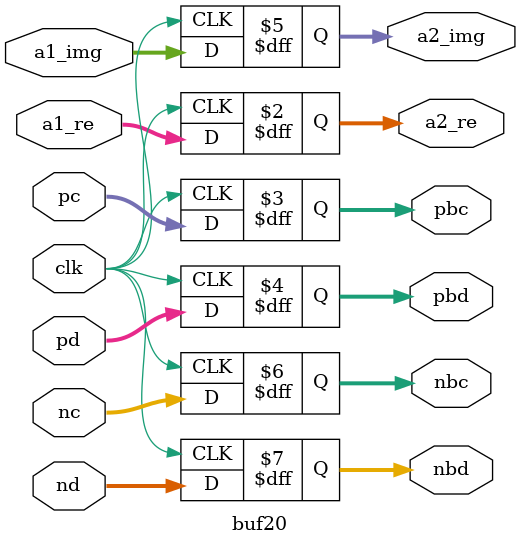
<source format=v>
`timescale 1ns / 1ps
module buf20(
    input [31:0] a1_re,
    input [31:0] pc,
	 input [31:0] pd,
    input [31:0] a1_img,
    input [31:0] nc,
	 input [31:0] nd,
    output reg [31:0] a2_re,
    output reg [31:0] pbc,
	 output reg [31:0] pbd,
    output reg [31:0] a2_img,
    output reg [31:0] nbc,
	 output reg [31:0] nbd,
    input clk
    );
always @(posedge clk) begin
a2_re<=a1_re;
a2_img<=a1_img;
pbc<=pc;
nbc<=nc;
pbd<=pd;
nbd<=nd;
end

endmodule

</source>
